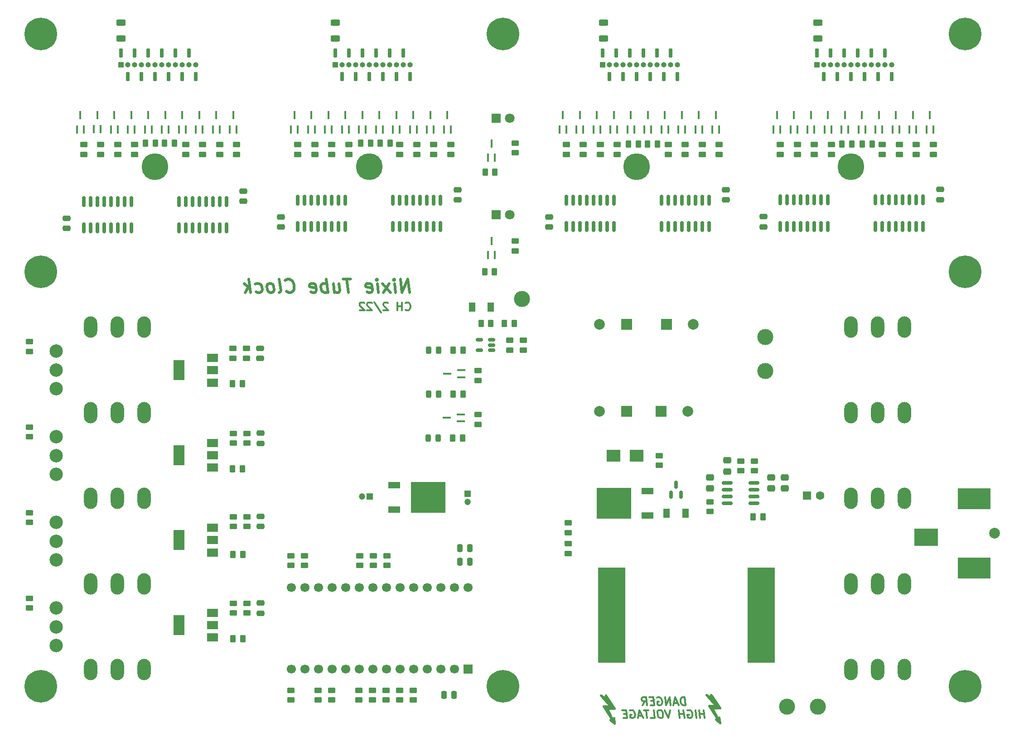
<source format=gbr>
%TF.GenerationSoftware,KiCad,Pcbnew,(6.0.1-0)*%
%TF.CreationDate,2022-02-14T11:55:45-05:00*%
%TF.ProjectId,nixie-tube-clock,6e697869-652d-4747-9562-652d636c6f63,rev?*%
%TF.SameCoordinates,Original*%
%TF.FileFunction,Soldermask,Bot*%
%TF.FilePolarity,Negative*%
%FSLAX46Y46*%
G04 Gerber Fmt 4.6, Leading zero omitted, Abs format (unit mm)*
G04 Created by KiCad (PCBNEW (6.0.1-0)) date 2022-02-14 11:55:45*
%MOMM*%
%LPD*%
G01*
G04 APERTURE LIST*
G04 Aperture macros list*
%AMRoundRect*
0 Rectangle with rounded corners*
0 $1 Rounding radius*
0 $2 $3 $4 $5 $6 $7 $8 $9 X,Y pos of 4 corners*
0 Add a 4 corners polygon primitive as box body*
4,1,4,$2,$3,$4,$5,$6,$7,$8,$9,$2,$3,0*
0 Add four circle primitives for the rounded corners*
1,1,$1+$1,$2,$3*
1,1,$1+$1,$4,$5*
1,1,$1+$1,$6,$7*
1,1,$1+$1,$8,$9*
0 Add four rect primitives between the rounded corners*
20,1,$1+$1,$2,$3,$4,$5,0*
20,1,$1+$1,$4,$5,$6,$7,0*
20,1,$1+$1,$6,$7,$8,$9,0*
20,1,$1+$1,$8,$9,$2,$3,0*%
G04 Aperture macros list end*
%ADD10C,0.300000*%
%ADD11C,0.500000*%
%ADD12C,0.381000*%
%ADD13C,6.096000*%
%ADD14C,5.000000*%
%ADD15R,1.000000X1.000000*%
%ADD16RoundRect,0.175000X0.175000X0.675000X-0.175000X0.675000X-0.175000X-0.675000X0.175000X-0.675000X0*%
%ADD17RoundRect,0.175000X-0.175000X-0.675000X0.175000X-0.675000X0.175000X0.675000X-0.175000X0.675000X0*%
%ADD18O,1.000000X1.000000*%
%ADD19O,2.500000X4.000000*%
%ADD20C,2.500000*%
%ADD21R,1.800000X1.800000*%
%ADD22C,1.800000*%
%ADD23RoundRect,0.250000X0.450000X-0.262500X0.450000X0.262500X-0.450000X0.262500X-0.450000X-0.262500X0*%
%ADD24RoundRect,0.250000X0.475000X-0.337500X0.475000X0.337500X-0.475000X0.337500X-0.475000X-0.337500X0*%
%ADD25RoundRect,0.250000X-0.450000X0.262500X-0.450000X-0.262500X0.450000X-0.262500X0.450000X0.262500X0*%
%ADD26R,1.300000X1.700000*%
%ADD27R,2.200000X1.200000*%
%ADD28R,6.400000X5.800000*%
%ADD29R,1.600000X1.600000*%
%ADD30C,1.600000*%
%ADD31RoundRect,0.250000X-0.625000X0.312500X-0.625000X-0.312500X0.625000X-0.312500X0.625000X0.312500X0*%
%ADD32RoundRect,0.250000X0.475000X-0.250000X0.475000X0.250000X-0.475000X0.250000X-0.475000X-0.250000X0*%
%ADD33RoundRect,0.250000X0.262500X0.450000X-0.262500X0.450000X-0.262500X-0.450000X0.262500X-0.450000X0*%
%ADD34RoundRect,0.150000X0.150000X-0.825000X0.150000X0.825000X-0.150000X0.825000X-0.150000X-0.825000X0*%
%ADD35R,2.000000X1.500000*%
%ADD36R,2.000000X3.800000*%
%ADD37RoundRect,0.250000X-0.262500X-0.450000X0.262500X-0.450000X0.262500X0.450000X-0.262500X0.450000X0*%
%ADD38R,0.450000X1.500000*%
%ADD39R,2.000000X2.000000*%
%ADD40C,2.000000*%
%ADD41C,3.000000*%
%ADD42RoundRect,0.250000X0.250000X0.475000X-0.250000X0.475000X-0.250000X-0.475000X0.250000X-0.475000X0*%
%ADD43RoundRect,0.243750X-0.243750X-0.456250X0.243750X-0.456250X0.243750X0.456250X-0.243750X0.456250X0*%
%ADD44RoundRect,0.150000X-0.150000X0.825000X-0.150000X-0.825000X0.150000X-0.825000X0.150000X0.825000X0*%
%ADD45R,5.080000X17.780000*%
%ADD46RoundRect,0.250000X-0.475000X0.337500X-0.475000X-0.337500X0.475000X-0.337500X0.475000X0.337500X0*%
%ADD47R,1.500000X0.450000*%
%ADD48R,1.200000X1.200000*%
%ADD49C,1.200000*%
%ADD50R,2.500000X2.300000*%
%ADD51RoundRect,0.150000X0.150000X-0.587500X0.150000X0.587500X-0.150000X0.587500X-0.150000X-0.587500X0*%
%ADD52R,1.700000X1.700000*%
%ADD53C,1.700000*%
%ADD54RoundRect,0.150000X0.512500X0.150000X-0.512500X0.150000X-0.512500X-0.150000X0.512500X-0.150000X0*%
%ADD55RoundRect,0.150000X-0.825000X-0.150000X0.825000X-0.150000X0.825000X0.150000X-0.825000X0.150000X0*%
%ADD56R,4.400000X3.300000*%
%ADD57R,6.200000X3.900000*%
G04 APERTURE END LIST*
D10*
X126793428Y-80745714D02*
X126864857Y-80817142D01*
X127079142Y-80888571D01*
X127222000Y-80888571D01*
X127436285Y-80817142D01*
X127579142Y-80674285D01*
X127650571Y-80531428D01*
X127722000Y-80245714D01*
X127722000Y-80031428D01*
X127650571Y-79745714D01*
X127579142Y-79602857D01*
X127436285Y-79460000D01*
X127222000Y-79388571D01*
X127079142Y-79388571D01*
X126864857Y-79460000D01*
X126793428Y-79531428D01*
X126150571Y-80888571D02*
X126150571Y-79388571D01*
X126150571Y-80102857D02*
X125293428Y-80102857D01*
X125293428Y-80888571D02*
X125293428Y-79388571D01*
X123507714Y-79531428D02*
X123436285Y-79460000D01*
X123293428Y-79388571D01*
X122936285Y-79388571D01*
X122793428Y-79460000D01*
X122722000Y-79531428D01*
X122650571Y-79674285D01*
X122650571Y-79817142D01*
X122722000Y-80031428D01*
X123579142Y-80888571D01*
X122650571Y-80888571D01*
X120936285Y-79317142D02*
X122222000Y-81245714D01*
X120507714Y-79531428D02*
X120436285Y-79460000D01*
X120293428Y-79388571D01*
X119936285Y-79388571D01*
X119793428Y-79460000D01*
X119722000Y-79531428D01*
X119650571Y-79674285D01*
X119650571Y-79817142D01*
X119722000Y-80031428D01*
X120579142Y-80888571D01*
X119650571Y-80888571D01*
X119079142Y-79531428D02*
X119007714Y-79460000D01*
X118864857Y-79388571D01*
X118507714Y-79388571D01*
X118364857Y-79460000D01*
X118293428Y-79531428D01*
X118222000Y-79674285D01*
X118222000Y-79817142D01*
X118293428Y-80031428D01*
X119150571Y-80888571D01*
X118222000Y-80888571D01*
X179148008Y-154665071D02*
X178960508Y-153165071D01*
X178603366Y-153165071D01*
X178398008Y-153236500D01*
X178273008Y-153379357D01*
X178219437Y-153522214D01*
X178183723Y-153807928D01*
X178210508Y-154022214D01*
X178317651Y-154307928D01*
X178406937Y-154450785D01*
X178567651Y-154593642D01*
X178790866Y-154665071D01*
X179148008Y-154665071D01*
X177665866Y-154236500D02*
X176951580Y-154236500D01*
X177862294Y-154665071D02*
X177174794Y-153165071D01*
X176862294Y-154665071D01*
X176362294Y-154665071D02*
X176174794Y-153165071D01*
X175505151Y-154665071D01*
X175317651Y-153165071D01*
X173826580Y-153236500D02*
X173960508Y-153165071D01*
X174174794Y-153165071D01*
X174398008Y-153236500D01*
X174558723Y-153379357D01*
X174648008Y-153522214D01*
X174755151Y-153807928D01*
X174781937Y-154022214D01*
X174746223Y-154307928D01*
X174692651Y-154450785D01*
X174567651Y-154593642D01*
X174362294Y-154665071D01*
X174219437Y-154665071D01*
X173996223Y-154593642D01*
X173915866Y-154522214D01*
X173853366Y-154022214D01*
X174139080Y-154022214D01*
X173192651Y-153879357D02*
X172692651Y-153879357D01*
X172576580Y-154665071D02*
X173290866Y-154665071D01*
X173103366Y-153165071D01*
X172389080Y-153165071D01*
X171076580Y-154665071D02*
X171487294Y-153950785D01*
X171933723Y-154665071D02*
X171746223Y-153165071D01*
X171174794Y-153165071D01*
X171040866Y-153236500D01*
X170978366Y-153307928D01*
X170924794Y-153450785D01*
X170951580Y-153665071D01*
X171040866Y-153807928D01*
X171121223Y-153879357D01*
X171273008Y-153950785D01*
X171844437Y-153950785D01*
X182719437Y-157080071D02*
X182531937Y-155580071D01*
X182621223Y-156294357D02*
X181764080Y-156294357D01*
X181862294Y-157080071D02*
X181674794Y-155580071D01*
X181148008Y-157080071D02*
X180960508Y-155580071D01*
X179469437Y-155651500D02*
X179603366Y-155580071D01*
X179817651Y-155580071D01*
X180040866Y-155651500D01*
X180201580Y-155794357D01*
X180290866Y-155937214D01*
X180398008Y-156222928D01*
X180424794Y-156437214D01*
X180389080Y-156722928D01*
X180335508Y-156865785D01*
X180210508Y-157008642D01*
X180005151Y-157080071D01*
X179862294Y-157080071D01*
X179639080Y-157008642D01*
X179558723Y-156937214D01*
X179496223Y-156437214D01*
X179781937Y-156437214D01*
X178933723Y-157080071D02*
X178746223Y-155580071D01*
X178835508Y-156294357D02*
X177978366Y-156294357D01*
X178076580Y-157080071D02*
X177889080Y-155580071D01*
X176246223Y-155580071D02*
X175933723Y-157080071D01*
X175246223Y-155580071D01*
X174460508Y-155580071D02*
X174174794Y-155580071D01*
X174040866Y-155651500D01*
X173915866Y-155794357D01*
X173880151Y-156080071D01*
X173942651Y-156580071D01*
X174049794Y-156865785D01*
X174210508Y-157008642D01*
X174362294Y-157080071D01*
X174648008Y-157080071D01*
X174781937Y-157008642D01*
X174906937Y-156865785D01*
X174942651Y-156580071D01*
X174880151Y-156080071D01*
X174773008Y-155794357D01*
X174612294Y-155651500D01*
X174460508Y-155580071D01*
X172648008Y-157080071D02*
X173362294Y-157080071D01*
X173174794Y-155580071D01*
X172174794Y-155580071D02*
X171317651Y-155580071D01*
X171933723Y-157080071D02*
X171746223Y-155580071D01*
X171023008Y-156651500D02*
X170308723Y-156651500D01*
X171219437Y-157080071D02*
X170531937Y-155580071D01*
X170219437Y-157080071D01*
X168755151Y-155651500D02*
X168889080Y-155580071D01*
X169103366Y-155580071D01*
X169326580Y-155651500D01*
X169487294Y-155794357D01*
X169576580Y-155937214D01*
X169683723Y-156222928D01*
X169710508Y-156437214D01*
X169674794Y-156722928D01*
X169621223Y-156865785D01*
X169496223Y-157008642D01*
X169290866Y-157080071D01*
X169148008Y-157080071D01*
X168924794Y-157008642D01*
X168844437Y-156937214D01*
X168781937Y-156437214D01*
X169067651Y-156437214D01*
X168121223Y-156294357D02*
X167621223Y-156294357D01*
X167505151Y-157080071D02*
X168219437Y-157080071D01*
X168031937Y-155580071D01*
X167317651Y-155580071D01*
D11*
X127584300Y-77530952D02*
X127271800Y-75030952D01*
X126155729Y-77530952D01*
X125843229Y-75030952D01*
X124965252Y-77530952D02*
X124756919Y-75864285D01*
X124652752Y-75030952D02*
X124786681Y-75150000D01*
X124682514Y-75269047D01*
X124548586Y-75150000D01*
X124652752Y-75030952D01*
X124682514Y-75269047D01*
X124012872Y-77530952D02*
X122495014Y-75864285D01*
X123804538Y-75864285D02*
X122703348Y-77530952D01*
X121750967Y-77530952D02*
X121542633Y-75864285D01*
X121438467Y-75030952D02*
X121572395Y-75150000D01*
X121468229Y-75269047D01*
X121334300Y-75150000D01*
X121438467Y-75030952D01*
X121468229Y-75269047D01*
X119593229Y-77411904D02*
X119846205Y-77530952D01*
X120322395Y-77530952D01*
X120545610Y-77411904D01*
X120634895Y-77173809D01*
X120515848Y-76221428D01*
X120367038Y-75983333D01*
X120114062Y-75864285D01*
X119637872Y-75864285D01*
X119414657Y-75983333D01*
X119325372Y-76221428D01*
X119355133Y-76459523D01*
X120575372Y-76697619D01*
X116557514Y-75030952D02*
X115128943Y-75030952D01*
X116155729Y-77530952D02*
X115843229Y-75030952D01*
X113328348Y-75864285D02*
X113536681Y-77530952D01*
X114399776Y-75864285D02*
X114563467Y-77173809D01*
X114474181Y-77411904D01*
X114250967Y-77530952D01*
X113893824Y-77530952D01*
X113640848Y-77411904D01*
X113506919Y-77292857D01*
X112346205Y-77530952D02*
X112033705Y-75030952D01*
X112152752Y-75983333D02*
X111899776Y-75864285D01*
X111423586Y-75864285D01*
X111200372Y-75983333D01*
X111096205Y-76102380D01*
X111006919Y-76340476D01*
X111096205Y-77054761D01*
X111245014Y-77292857D01*
X111378943Y-77411904D01*
X111631919Y-77530952D01*
X112108110Y-77530952D01*
X112331324Y-77411904D01*
X109117038Y-77411904D02*
X109370014Y-77530952D01*
X109846205Y-77530952D01*
X110069419Y-77411904D01*
X110158705Y-77173809D01*
X110039657Y-76221428D01*
X109890848Y-75983333D01*
X109637872Y-75864285D01*
X109161681Y-75864285D01*
X108938467Y-75983333D01*
X108849181Y-76221428D01*
X108878943Y-76459523D01*
X110099181Y-76697619D01*
X104578348Y-77292857D02*
X104712276Y-77411904D01*
X105084300Y-77530952D01*
X105322395Y-77530952D01*
X105664657Y-77411904D01*
X105872991Y-77173809D01*
X105962276Y-76935714D01*
X106021800Y-76459523D01*
X105977157Y-76102380D01*
X105798586Y-75626190D01*
X105649776Y-75388095D01*
X105381919Y-75150000D01*
X105009895Y-75030952D01*
X104771800Y-75030952D01*
X104429538Y-75150000D01*
X104325372Y-75269047D01*
X103179538Y-77530952D02*
X103402752Y-77411904D01*
X103492038Y-77173809D01*
X103224181Y-75030952D01*
X101870014Y-77530952D02*
X102093229Y-77411904D01*
X102197395Y-77292857D01*
X102286681Y-77054761D01*
X102197395Y-76340476D01*
X102048586Y-76102380D01*
X101914657Y-75983333D01*
X101661681Y-75864285D01*
X101304538Y-75864285D01*
X101081324Y-75983333D01*
X100977157Y-76102380D01*
X100887872Y-76340476D01*
X100977157Y-77054761D01*
X101125967Y-77292857D01*
X101259895Y-77411904D01*
X101512872Y-77530952D01*
X101870014Y-77530952D01*
X98878943Y-77411904D02*
X99131919Y-77530952D01*
X99608110Y-77530952D01*
X99831324Y-77411904D01*
X99935491Y-77292857D01*
X100024776Y-77054761D01*
X99935491Y-76340476D01*
X99786681Y-76102380D01*
X99652752Y-75983333D01*
X99399776Y-75864285D01*
X98923586Y-75864285D01*
X98700372Y-75983333D01*
X97822395Y-77530952D02*
X97509895Y-75030952D01*
X97465252Y-76578571D02*
X96870014Y-77530952D01*
X96661681Y-75864285D02*
X97733110Y-76816666D01*
D12*
%TO.C,REF\u002A\u002A*%
X183769000Y-153289000D02*
X183896000Y-152781000D01*
X185166000Y-155067000D02*
X183896000Y-155067000D01*
X183007000Y-152781000D02*
X183769000Y-153289000D01*
X184023000Y-152908000D02*
X185547000Y-155194000D01*
X185547000Y-155194000D02*
X184150000Y-155194000D01*
X185293000Y-157607000D02*
X183515000Y-154813000D01*
X185420000Y-156972000D02*
X185547000Y-157988000D01*
X184785000Y-157353000D02*
X185293000Y-157607000D01*
X184150000Y-155194000D02*
X185293000Y-157480000D01*
X185293000Y-157480000D02*
X185420000Y-156972000D01*
X183769000Y-153162000D02*
X185166000Y-155067000D01*
X183515000Y-154813000D02*
X184785000Y-154813000D01*
X185547000Y-157988000D02*
X184785000Y-157353000D01*
X184785000Y-154813000D02*
X183007000Y-152781000D01*
X164084000Y-153225500D02*
X165481000Y-155130500D01*
X165862000Y-155257500D02*
X164465000Y-155257500D01*
X165735000Y-157035500D02*
X165862000Y-158051500D01*
X165100000Y-157416500D02*
X165608000Y-157670500D01*
X165608000Y-157670500D02*
X163830000Y-154876500D01*
X164465000Y-155257500D02*
X165608000Y-157543500D01*
X165862000Y-158051500D02*
X165100000Y-157416500D01*
X165481000Y-155130500D02*
X164211000Y-155130500D01*
X165100000Y-154876500D02*
X163322000Y-152844500D01*
X163830000Y-154876500D02*
X165100000Y-154876500D01*
X164338000Y-152971500D02*
X165862000Y-155257500D01*
X163322000Y-152844500D02*
X164084000Y-153352500D01*
X165608000Y-157543500D02*
X165735000Y-157035500D01*
X164084000Y-153352500D02*
X164211000Y-152844500D01*
%TD*%
D13*
%TO.C,H2*%
X231359989Y-73660000D03*
%TD*%
D14*
%TO.C,IN-12A_2*%
X119999989Y-53999994D03*
D15*
X113649989Y-34999994D03*
D16*
X113649989Y-32799994D03*
D17*
X114919989Y-37199994D03*
D18*
X114919989Y-34999994D03*
X116189989Y-34999994D03*
D16*
X116189989Y-32799994D03*
D18*
X117459989Y-34999994D03*
D17*
X117459989Y-37199994D03*
D18*
X118729989Y-34999994D03*
D16*
X118729989Y-32799994D03*
D17*
X119999989Y-37199994D03*
D18*
X119999989Y-34999994D03*
D16*
X121269989Y-32799994D03*
D18*
X121269989Y-34999994D03*
D17*
X122539989Y-37199994D03*
D18*
X122539989Y-34999994D03*
D16*
X123809989Y-32799994D03*
D18*
X123809989Y-34999994D03*
X125079989Y-34999994D03*
D17*
X125079989Y-37199994D03*
D16*
X126349989Y-32799994D03*
D18*
X126349989Y-34999994D03*
D17*
X127619989Y-37199994D03*
D18*
X127619989Y-34999994D03*
%TD*%
D13*
%TO.C,H6*%
X58639989Y-29210000D03*
%TD*%
D14*
%TO.C,IN-12A_3*%
X170000000Y-54000000D03*
D15*
X163650000Y-35000000D03*
D16*
X163650000Y-32800000D03*
D17*
X164920000Y-37200000D03*
D18*
X164920000Y-35000000D03*
D16*
X166190000Y-32800000D03*
D18*
X166190000Y-35000000D03*
D17*
X167460000Y-37200000D03*
D18*
X167460000Y-35000000D03*
D16*
X168730000Y-32800000D03*
D18*
X168730000Y-35000000D03*
D17*
X170000000Y-37200000D03*
D18*
X170000000Y-35000000D03*
D16*
X171270000Y-32800000D03*
D18*
X171270000Y-35000000D03*
X172540000Y-35000000D03*
D17*
X172540000Y-37200000D03*
D16*
X173810000Y-32800000D03*
D18*
X173810000Y-35000000D03*
D17*
X175080000Y-37200000D03*
D18*
X175080000Y-35000000D03*
D16*
X176350000Y-32800000D03*
D18*
X176350000Y-35000000D03*
X177620000Y-35000000D03*
D17*
X177620000Y-37200000D03*
%TD*%
D13*
%TO.C,H5*%
X231359989Y-29210000D03*
%TD*%
D19*
%TO.C,IN-13_4*%
X68000000Y-132000000D03*
X210000000Y-148000000D03*
X68000000Y-148000000D03*
X73000000Y-132000000D03*
X73000000Y-148000000D03*
X215000000Y-148000000D03*
X78000000Y-148000000D03*
X78000000Y-132000000D03*
X220000000Y-132000000D03*
X220000000Y-148000000D03*
X210000000Y-132000000D03*
X215000000Y-132000000D03*
D20*
X61500000Y-136500000D03*
X61500000Y-140000000D03*
X61500000Y-143500000D03*
%TD*%
D21*
%TO.C,D6*%
X143725000Y-63000000D03*
D22*
X146265000Y-63000000D03*
%TD*%
D19*
%TO.C,IN-13_1*%
X73000000Y-84000000D03*
X78000000Y-100000000D03*
X215000000Y-84000000D03*
X68000000Y-84000000D03*
X68000000Y-100000000D03*
X78000000Y-84000000D03*
X210000000Y-100000000D03*
X210000000Y-84000000D03*
X220000000Y-84000000D03*
X220000000Y-100000000D03*
X215000000Y-100000000D03*
X73000000Y-100000000D03*
D20*
X61500000Y-88500000D03*
X61500000Y-92000000D03*
X61500000Y-95500000D03*
%TD*%
D14*
%TO.C,IN-12A_1*%
X79999992Y-53999994D03*
D16*
X73649992Y-32799994D03*
D15*
X73649992Y-34999994D03*
D17*
X74919992Y-37199994D03*
D18*
X74919992Y-34999994D03*
D16*
X76189992Y-32799994D03*
D18*
X76189992Y-34999994D03*
X77459992Y-34999994D03*
D17*
X77459992Y-37199994D03*
D16*
X78729992Y-32799994D03*
D18*
X78729992Y-34999994D03*
D17*
X79999992Y-37199994D03*
D18*
X79999992Y-34999994D03*
X81269992Y-34999994D03*
D16*
X81269992Y-32799994D03*
D18*
X82539992Y-34999994D03*
D17*
X82539992Y-37199994D03*
D16*
X83809992Y-32799994D03*
D18*
X83809992Y-34999994D03*
D17*
X85079992Y-37199994D03*
D18*
X85079992Y-34999994D03*
D16*
X86349992Y-32799994D03*
D18*
X86349992Y-34999994D03*
X87619992Y-34999994D03*
D17*
X87619992Y-37199994D03*
%TD*%
D13*
%TO.C,H3*%
X231359989Y-151130000D03*
%TD*%
D19*
%TO.C,IN-13_2*%
X220000000Y-100000000D03*
X73000000Y-100000000D03*
X78000000Y-100000000D03*
X215000000Y-116000000D03*
X68000000Y-116000000D03*
X210000000Y-100000000D03*
X68000000Y-100000000D03*
X73000000Y-116000000D03*
X78000000Y-116000000D03*
X210000000Y-116000000D03*
X215000000Y-100000000D03*
X220000000Y-116000000D03*
D20*
X61500000Y-104500000D03*
X61500000Y-108000000D03*
X61500000Y-111500000D03*
%TD*%
D14*
%TO.C,IN-12A_4*%
X210000012Y-53999994D03*
D16*
X203650012Y-32799994D03*
D15*
X203650012Y-34999994D03*
D17*
X204920012Y-37199994D03*
D18*
X204920012Y-34999994D03*
X206190012Y-34999994D03*
D16*
X206190012Y-32799994D03*
D17*
X207460012Y-37199994D03*
D18*
X207460012Y-34999994D03*
D16*
X208730012Y-32799994D03*
D18*
X208730012Y-34999994D03*
D17*
X210000012Y-37199994D03*
D18*
X210000012Y-34999994D03*
X211270012Y-34999994D03*
D16*
X211270012Y-32799994D03*
D18*
X212540012Y-34999994D03*
D17*
X212540012Y-37199994D03*
D16*
X213810012Y-32799994D03*
D18*
X213810012Y-34999994D03*
D17*
X215080012Y-37199994D03*
D18*
X215080012Y-34999994D03*
X216350012Y-34999994D03*
D16*
X216350012Y-32799994D03*
D17*
X217620012Y-37199994D03*
D18*
X217620012Y-34999994D03*
%TD*%
D13*
%TO.C,H8*%
X145000091Y-151130000D03*
%TD*%
%TO.C,H4*%
X58639989Y-73660000D03*
%TD*%
%TO.C,H1*%
X58639989Y-151130000D03*
%TD*%
%TO.C,H7*%
X145000091Y-29210000D03*
%TD*%
D21*
%TO.C,D5*%
X143725000Y-45000000D03*
D22*
X146265000Y-45000000D03*
%TD*%
D19*
%TO.C,IN-13_3*%
X210000000Y-132000000D03*
X220000000Y-132000000D03*
X78000000Y-132000000D03*
X215000000Y-132000000D03*
X210000000Y-116000000D03*
X220000000Y-116000000D03*
X68000000Y-116000000D03*
X73000000Y-132000000D03*
X68000000Y-132000000D03*
X78000000Y-116000000D03*
X73000000Y-116000000D03*
X215000000Y-116000000D03*
D20*
X61500000Y-120500000D03*
X61500000Y-124000000D03*
X61500000Y-127500000D03*
%TD*%
D23*
%TO.C,R13*%
X125730000Y-153693500D03*
X125730000Y-151868500D03*
%TD*%
D24*
%TO.C,C2*%
X197678000Y-114146000D03*
X197678000Y-112071000D03*
%TD*%
D25*
%TO.C,R24*%
X105410000Y-126722500D03*
X105410000Y-128547500D03*
%TD*%
D26*
%TO.C,D2*%
X175608000Y-118823500D03*
X179108000Y-118823500D03*
%TD*%
D25*
%TO.C,R8*%
X146304000Y-86463500D03*
X146304000Y-88288500D03*
%TD*%
%TO.C,R2*%
X183708000Y-116641000D03*
X183708000Y-118466000D03*
%TD*%
D27*
%TO.C,Q1*%
X172033000Y-114638500D03*
D28*
X165733000Y-116918500D03*
D27*
X172033000Y-119198500D03*
%TD*%
D29*
%TO.C,C1*%
X201790240Y-115521500D03*
D30*
X204290240Y-115521500D03*
%TD*%
D31*
%TO.C,R47*%
X113665000Y-27112500D03*
X113665000Y-30037500D03*
%TD*%
D24*
%TO.C,C3*%
X195138000Y-114146000D03*
X195138000Y-112071000D03*
%TD*%
D32*
%TO.C,C26*%
X99695000Y-137475000D03*
X99695000Y-135575000D03*
%TD*%
D33*
%TO.C,R71*%
X214018500Y-49784000D03*
X212193500Y-49784000D03*
%TD*%
D23*
%TO.C,R63*%
X163195000Y-51712500D03*
X163195000Y-49887500D03*
%TD*%
D32*
%TO.C,C24*%
X99695000Y-105725000D03*
X99695000Y-103825000D03*
%TD*%
D34*
%TO.C,U5*%
X93345000Y-65467000D03*
X92075000Y-65467000D03*
X90805000Y-65467000D03*
X89535000Y-65467000D03*
X88265000Y-65467000D03*
X86995000Y-65467000D03*
X85725000Y-65467000D03*
X84455000Y-65467000D03*
X84455000Y-60517000D03*
X85725000Y-60517000D03*
X86995000Y-60517000D03*
X88265000Y-60517000D03*
X89535000Y-60517000D03*
X90805000Y-60517000D03*
X92075000Y-60517000D03*
X93345000Y-60517000D03*
%TD*%
D23*
%TO.C,R11*%
X148844000Y-88288500D03*
X148844000Y-86463500D03*
%TD*%
D35*
%TO.C,Q50*%
X90780000Y-137400000D03*
D36*
X84480000Y-139700000D03*
D35*
X90780006Y-139700000D03*
X90780000Y-142000000D03*
%TD*%
D23*
%TO.C,R54*%
X106680000Y-51712500D03*
X106680000Y-49887500D03*
%TD*%
%TO.C,R23*%
X105410000Y-153693500D03*
X105410000Y-151868500D03*
%TD*%
D33*
%TO.C,R60*%
X173886500Y-49784000D03*
X172061500Y-49784000D03*
%TD*%
D37*
%TO.C,R92*%
X94591500Y-142240000D03*
X96416500Y-142240000D03*
%TD*%
D33*
%TO.C,R49*%
X123902801Y-49576915D03*
X122077801Y-49576915D03*
%TD*%
D38*
%TO.C,Q26*%
X106695000Y-47050000D03*
X105395000Y-47050000D03*
X106045000Y-44390000D03*
%TD*%
%TO.C,Q17*%
X135270000Y-47050000D03*
X133970000Y-47050000D03*
X134620000Y-44390000D03*
%TD*%
D23*
%TO.C,R62*%
X166370000Y-51712500D03*
X166370000Y-49887500D03*
%TD*%
D38*
%TO.C,Q19*%
X128920000Y-47050000D03*
X127620000Y-47050000D03*
X128270000Y-44390000D03*
%TD*%
D23*
%TO.C,R43*%
X66675000Y-51712500D03*
X66675000Y-49887500D03*
%TD*%
D35*
%TO.C,Q48*%
X90780000Y-105650000D03*
D36*
X84480000Y-107950000D03*
D35*
X90780006Y-107950000D03*
X90780000Y-110250000D03*
%TD*%
D39*
%TO.C,C7*%
X168089917Y-83517500D03*
D40*
X163089917Y-83517500D03*
%TD*%
D33*
%TO.C,R6*%
X142748000Y-83312000D03*
X140923000Y-83312000D03*
%TD*%
D23*
%TO.C,R19*%
X118237000Y-128547500D03*
X118237000Y-126722500D03*
%TD*%
D38*
%TO.C,Q35*%
X160035000Y-47050000D03*
X158735000Y-47050000D03*
X159385000Y-44390000D03*
%TD*%
D23*
%TO.C,R67*%
X222250000Y-51712500D03*
X222250000Y-49887500D03*
%TD*%
%TO.C,R52*%
X113030000Y-51712500D03*
X113030000Y-49887500D03*
%TD*%
%TO.C,R74*%
X203200000Y-51712500D03*
X203200000Y-49887500D03*
%TD*%
D41*
%TO.C,150V*%
X194056000Y-85852000D03*
%TD*%
D32*
%TO.C,C20*%
X153670000Y-65278000D03*
X153670000Y-63378000D03*
%TD*%
D23*
%TO.C,R59*%
X175895000Y-51712500D03*
X175895000Y-49887500D03*
%TD*%
D41*
%TO.C,12V*%
X203835000Y-154940000D03*
%TD*%
D42*
%TO.C,C10*%
X138872000Y-127889000D03*
X136972000Y-127889000D03*
%TD*%
D38*
%TO.C,Q45*%
X200040000Y-47050000D03*
X198740000Y-47050000D03*
X199390000Y-44390000D03*
%TD*%
D43*
%TO.C,D7*%
X131062500Y-104775000D03*
X132937500Y-104775000D03*
%TD*%
D38*
%TO.C,Q36*%
X156860000Y-47050000D03*
X155560000Y-47050000D03*
X156210000Y-44390000D03*
%TD*%
%TO.C,Q11*%
X82565000Y-47050000D03*
X81265000Y-47050000D03*
X81915000Y-44390000D03*
%TD*%
%TO.C,Q25*%
X109870000Y-47050000D03*
X108570000Y-47050000D03*
X109220000Y-44390000D03*
%TD*%
D23*
%TO.C,R7*%
X191963000Y-110846000D03*
X191963000Y-109021000D03*
%TD*%
D38*
%TO.C,Q38*%
X222265000Y-47050000D03*
X220965000Y-47050000D03*
X221615000Y-44390000D03*
%TD*%
D42*
%TO.C,C11*%
X138872000Y-125349000D03*
X136972000Y-125349000D03*
%TD*%
D38*
%TO.C,Q22*%
X119395000Y-47050000D03*
X118095000Y-47050000D03*
X118745000Y-44390000D03*
%TD*%
%TO.C,Q7*%
X95265000Y-47050000D03*
X93965000Y-47050000D03*
X94615000Y-44390000D03*
%TD*%
%TO.C,Q8*%
X92090000Y-47050000D03*
X90790000Y-47050000D03*
X91440000Y-44390000D03*
%TD*%
D25*
%TO.C,R89*%
X94615000Y-135612500D03*
X94615000Y-137437500D03*
%TD*%
D38*
%TO.C,Q46*%
X196865000Y-47050000D03*
X195565000Y-47050000D03*
X196215000Y-44390000D03*
%TD*%
%TO.C,Q16*%
X66690000Y-47050000D03*
X65390000Y-47050000D03*
X66040000Y-44390000D03*
%TD*%
%TO.C,Q3*%
X143525000Y-52330000D03*
X142225000Y-52330000D03*
X142875000Y-49670000D03*
%TD*%
D23*
%TO.C,R25*%
X147320000Y-51412500D03*
X147320000Y-49587500D03*
%TD*%
D44*
%TO.C,U8*%
X106680000Y-60263000D03*
X107950000Y-60263000D03*
X109220000Y-60263000D03*
X110490000Y-60263000D03*
X111760000Y-60263000D03*
X113030000Y-60263000D03*
X114300000Y-60263000D03*
X115570000Y-60263000D03*
X115570000Y-65213000D03*
X114300000Y-65213000D03*
X113030000Y-65213000D03*
X111760000Y-65213000D03*
X110490000Y-65213000D03*
X109220000Y-65213000D03*
X107950000Y-65213000D03*
X106680000Y-65213000D03*
%TD*%
D23*
%TO.C,R41*%
X73025000Y-51712500D03*
X73025000Y-49887500D03*
%TD*%
D32*
%TO.C,C18*%
X103505000Y-65278000D03*
X103505000Y-63378000D03*
%TD*%
D23*
%TO.C,R56*%
X182245000Y-51712500D03*
X182245000Y-49887500D03*
%TD*%
D25*
%TO.C,R82*%
X97155000Y-103862500D03*
X97155000Y-105687500D03*
%TD*%
D31*
%TO.C,R58*%
X163830000Y-27112500D03*
X163830000Y-30037500D03*
%TD*%
D26*
%TO.C,D3*%
X142748000Y-80264000D03*
X139248000Y-80264000D03*
%TD*%
D32*
%TO.C,C15*%
X96520000Y-60452000D03*
X96520000Y-58552000D03*
%TD*%
D23*
%TO.C,R37*%
X85725000Y-51712500D03*
X85725000Y-49887500D03*
%TD*%
D38*
%TO.C,Q12*%
X79390000Y-47050000D03*
X78090000Y-47050000D03*
X78740000Y-44390000D03*
%TD*%
%TO.C,Q37*%
X225440000Y-47050000D03*
X224140000Y-47050000D03*
X224790000Y-44390000D03*
%TD*%
%TO.C,Q43*%
X206390000Y-47050000D03*
X205090000Y-47050000D03*
X205740000Y-44390000D03*
%TD*%
D32*
%TO.C,C17*%
X136525000Y-60198000D03*
X136525000Y-58298000D03*
%TD*%
D23*
%TO.C,R18*%
X118110000Y-153693500D03*
X118110000Y-151868500D03*
%TD*%
D33*
%TO.C,R50*%
X120289627Y-49650000D03*
X118464627Y-49650000D03*
%TD*%
D23*
%TO.C,R83*%
X56515000Y-104521000D03*
X56515000Y-102696000D03*
%TD*%
D35*
%TO.C,Q49*%
X90780000Y-121525000D03*
D36*
X84480000Y-123825000D03*
D35*
X90780006Y-123825000D03*
X90780000Y-126125000D03*
%TD*%
D38*
%TO.C,Q27*%
X185435000Y-47050000D03*
X184135000Y-47050000D03*
X184785000Y-44390000D03*
%TD*%
D23*
%TO.C,R51*%
X116205000Y-51712500D03*
X116205000Y-49887500D03*
%TD*%
D45*
%TO.C,L1*%
X193233000Y-137873500D03*
X165293000Y-137873500D03*
%TD*%
D34*
%TO.C,U9*%
X183515000Y-65213000D03*
X182245000Y-65213000D03*
X180975000Y-65213000D03*
X179705000Y-65213000D03*
X178435000Y-65213000D03*
X177165000Y-65213000D03*
X175895000Y-65213000D03*
X174625000Y-65213000D03*
X174625000Y-60263000D03*
X175895000Y-60263000D03*
X177165000Y-60263000D03*
X178435000Y-60263000D03*
X179705000Y-60263000D03*
X180975000Y-60263000D03*
X182245000Y-60263000D03*
X183515000Y-60263000D03*
%TD*%
D23*
%TO.C,R46*%
X128905000Y-51712500D03*
X128905000Y-49887500D03*
%TD*%
D25*
%TO.C,R90*%
X97155000Y-135612500D03*
X97155000Y-137437500D03*
%TD*%
D24*
%TO.C,C4*%
X183708000Y-114146000D03*
X183708000Y-112071000D03*
%TD*%
D32*
%TO.C,C23*%
X99670000Y-89850000D03*
X99670000Y-87950000D03*
%TD*%
D38*
%TO.C,Q24*%
X113045000Y-47050000D03*
X111745000Y-47050000D03*
X112395000Y-44390000D03*
%TD*%
D23*
%TO.C,R55*%
X185420000Y-51712500D03*
X185420000Y-49887500D03*
%TD*%
D38*
%TO.C,Q42*%
X209565000Y-47050000D03*
X208265000Y-47050000D03*
X208915000Y-44390000D03*
%TD*%
D23*
%TO.C,R68*%
X219075000Y-51712500D03*
X219075000Y-49887500D03*
%TD*%
D38*
%TO.C,Q14*%
X73040000Y-47050000D03*
X71740000Y-47050000D03*
X72390000Y-44390000D03*
%TD*%
D23*
%TO.C,R76*%
X196850000Y-51712500D03*
X196850000Y-49887500D03*
%TD*%
%TO.C,R75*%
X200025000Y-51712500D03*
X200025000Y-49887500D03*
%TD*%
%TO.C,R44*%
X135255000Y-51712500D03*
X135255000Y-49887500D03*
%TD*%
D46*
%TO.C,C9*%
X186883000Y-108896000D03*
X186883000Y-110971000D03*
%TD*%
D38*
%TO.C,Q10*%
X85740000Y-47050000D03*
X84440000Y-47050000D03*
X85090000Y-44390000D03*
%TD*%
%TO.C,Q44*%
X203215000Y-47050000D03*
X201915000Y-47050000D03*
X202565000Y-44390000D03*
%TD*%
D23*
%TO.C,R20*%
X113030000Y-153693500D03*
X113030000Y-151868500D03*
%TD*%
%TO.C,R66*%
X225425000Y-51712500D03*
X225425000Y-49887500D03*
%TD*%
D47*
%TO.C,Q5*%
X137160000Y-100315000D03*
X137160000Y-101615000D03*
X134500000Y-100965000D03*
%TD*%
D23*
%TO.C,R48*%
X125730000Y-51712500D03*
X125730000Y-49887500D03*
%TD*%
%TO.C,R35*%
X88900000Y-51712500D03*
X88900000Y-49887500D03*
%TD*%
D38*
%TO.C,Q15*%
X69865000Y-46990000D03*
X68565000Y-46990000D03*
X69215000Y-44330000D03*
%TD*%
%TO.C,Q18*%
X132095000Y-47050000D03*
X130795000Y-47050000D03*
X131445000Y-44390000D03*
%TD*%
D32*
%TO.C,C25*%
X99695000Y-121280000D03*
X99695000Y-119380000D03*
%TD*%
D25*
%TO.C,R5*%
X189423000Y-109021000D03*
X189423000Y-110846000D03*
%TD*%
D33*
%TO.C,R10*%
X137564500Y-88288500D03*
X135739500Y-88288500D03*
%TD*%
D23*
%TO.C,R87*%
X56515000Y-120523000D03*
X56515000Y-118698000D03*
%TD*%
D38*
%TO.C,Q9*%
X88915000Y-47050000D03*
X87615000Y-47050000D03*
X88265000Y-44390000D03*
%TD*%
D39*
%TO.C,C8*%
X175546563Y-83517500D03*
D40*
X180546563Y-83517500D03*
%TD*%
D23*
%TO.C,R16*%
X120650000Y-153693500D03*
X120650000Y-151868500D03*
%TD*%
D25*
%TO.C,R86*%
X97155000Y-119460000D03*
X97155000Y-121285000D03*
%TD*%
%TO.C,TH1*%
X157226000Y-124460000D03*
X157226000Y-126285000D03*
%TD*%
D23*
%TO.C,R73*%
X206375000Y-51712500D03*
X206375000Y-49887500D03*
%TD*%
D38*
%TO.C,Q41*%
X212740000Y-47050000D03*
X211440000Y-47050000D03*
X212090000Y-44390000D03*
%TD*%
D25*
%TO.C,R77*%
X94590000Y-87987500D03*
X94590000Y-89812500D03*
%TD*%
%TO.C,R9*%
X157226000Y-120570000D03*
X157226000Y-122395000D03*
%TD*%
%TO.C,R3*%
X174183000Y-108028500D03*
X174183000Y-109853500D03*
%TD*%
D44*
%TO.C,U10*%
X156845000Y-60263000D03*
X158115000Y-60263000D03*
X159385000Y-60263000D03*
X160655000Y-60263000D03*
X161925000Y-60263000D03*
X163195000Y-60263000D03*
X164465000Y-60263000D03*
X165735000Y-60263000D03*
X165735000Y-65213000D03*
X164465000Y-65213000D03*
X163195000Y-65213000D03*
X161925000Y-65213000D03*
X160655000Y-65213000D03*
X159385000Y-65213000D03*
X158115000Y-65213000D03*
X156845000Y-65213000D03*
%TD*%
D34*
%TO.C,U7*%
X133350000Y-65213000D03*
X132080000Y-65213000D03*
X130810000Y-65213000D03*
X129540000Y-65213000D03*
X128270000Y-65213000D03*
X127000000Y-65213000D03*
X125730000Y-65213000D03*
X124460000Y-65213000D03*
X124460000Y-60263000D03*
X125730000Y-60263000D03*
X127000000Y-60263000D03*
X128270000Y-60263000D03*
X129540000Y-60263000D03*
X130810000Y-60263000D03*
X132080000Y-60263000D03*
X133350000Y-60263000D03*
%TD*%
D48*
%TO.C,C14*%
X138430000Y-115189000D03*
D49*
X138430000Y-116689000D03*
%TD*%
D50*
%TO.C,D1*%
X169983000Y-108028500D03*
X165683000Y-108028500D03*
%TD*%
D31*
%TO.C,R36*%
X73660000Y-27112500D03*
X73660000Y-30037500D03*
%TD*%
D38*
%TO.C,Q29*%
X179085000Y-47050000D03*
X177785000Y-47050000D03*
X178435000Y-44390000D03*
%TD*%
D51*
%TO.C,Q2*%
X178308000Y-115316000D03*
X176408000Y-115316000D03*
X177358000Y-113441000D03*
%TD*%
D37*
%TO.C,R30*%
X141605000Y-73660000D03*
X143430000Y-73660000D03*
%TD*%
D38*
%TO.C,Q13*%
X76215000Y-47050000D03*
X74915000Y-47050000D03*
X75565000Y-44390000D03*
%TD*%
D23*
%TO.C,R12*%
X128270000Y-153693500D03*
X128270000Y-151868500D03*
%TD*%
%TO.C,R40*%
X76200000Y-51712500D03*
X76200000Y-49887500D03*
%TD*%
D38*
%TO.C,Q23*%
X116220000Y-47050000D03*
X114920000Y-47050000D03*
X115570000Y-44390000D03*
%TD*%
D52*
%TO.C,ItsyBitsy nRF52840*%
X138489995Y-147887995D03*
D53*
X135949995Y-147887995D03*
X133409995Y-147887995D03*
X130869995Y-147887995D03*
X128329995Y-147887995D03*
X125789995Y-147887995D03*
X123249995Y-147887995D03*
X120709995Y-147887995D03*
X118169995Y-147887995D03*
X115629995Y-147887995D03*
X113089995Y-147887995D03*
X110549995Y-147887995D03*
X108009995Y-147887995D03*
X105469995Y-147887995D03*
X105469995Y-132647995D03*
X108009995Y-132647995D03*
X110549995Y-132647995D03*
X113089995Y-132647995D03*
X115629995Y-132647995D03*
X118169995Y-132647995D03*
X120709995Y-132647995D03*
X123249995Y-132647995D03*
X125789995Y-132647995D03*
X128329995Y-132647995D03*
X130869995Y-132647995D03*
X133409995Y-132647995D03*
X135949995Y-132647995D03*
X138489995Y-132647995D03*
%TD*%
D38*
%TO.C,Q30*%
X175910000Y-47050000D03*
X174610000Y-47050000D03*
X175260000Y-44390000D03*
%TD*%
D47*
%TO.C,Q6*%
X137220000Y-92060000D03*
X137220000Y-93360000D03*
X134560000Y-92710000D03*
%TD*%
D23*
%TO.C,R34*%
X92075000Y-51712500D03*
X92075000Y-49887500D03*
%TD*%
%TO.C,R31*%
X140335000Y-102155000D03*
X140335000Y-100330000D03*
%TD*%
%TO.C,R17*%
X120777000Y-128547500D03*
X120777000Y-126722500D03*
%TD*%
D34*
%TO.C,U11*%
X223520000Y-65188578D03*
X222250000Y-65188578D03*
X220980000Y-65188578D03*
X219710000Y-65188578D03*
X218440000Y-65188578D03*
X217170000Y-65188578D03*
X215900000Y-65188578D03*
X214630000Y-65188578D03*
X214630000Y-60238578D03*
X215900000Y-60238578D03*
X217170000Y-60238578D03*
X218440000Y-60238578D03*
X219710000Y-60238578D03*
X220980000Y-60238578D03*
X222250000Y-60238578D03*
X223520000Y-60238578D03*
%TD*%
D37*
%TO.C,R84*%
X94488000Y-110490000D03*
X96313000Y-110490000D03*
%TD*%
D23*
%TO.C,R91*%
X56515000Y-136525000D03*
X56515000Y-134700000D03*
%TD*%
D33*
%TO.C,R4*%
X147113000Y-83312000D03*
X145288000Y-83312000D03*
%TD*%
D23*
%TO.C,R26*%
X147320000Y-69770000D03*
X147320000Y-67945000D03*
%TD*%
D38*
%TO.C,Q31*%
X172735000Y-47050000D03*
X171435000Y-47050000D03*
X172085000Y-44390000D03*
%TD*%
%TO.C,Q4*%
X143525000Y-70545000D03*
X142225000Y-70545000D03*
X142875000Y-67885000D03*
%TD*%
%TO.C,Q34*%
X163210000Y-47050000D03*
X161910000Y-47050000D03*
X162560000Y-44390000D03*
%TD*%
D32*
%TO.C,C16*%
X63500000Y-65532000D03*
X63500000Y-63632000D03*
%TD*%
D54*
%TO.C,U2*%
X142887500Y-86388500D03*
X142887500Y-87338500D03*
X142887500Y-88288500D03*
X140612500Y-88288500D03*
X140612500Y-86388500D03*
%TD*%
D23*
%TO.C,R32*%
X140335000Y-93980000D03*
X140335000Y-92155000D03*
%TD*%
D55*
%TO.C,U1*%
X186948000Y-116918500D03*
X186948000Y-115648500D03*
X186948000Y-114378500D03*
X186948000Y-113108500D03*
X191898000Y-113108500D03*
X191898000Y-114378500D03*
X191898000Y-115648500D03*
X191898000Y-116918500D03*
%TD*%
D41*
%TO.C,Isen*%
X198120000Y-154940000D03*
%TD*%
D23*
%TO.C,R65*%
X156845000Y-51712500D03*
X156845000Y-49887500D03*
%TD*%
D38*
%TO.C,Q39*%
X219090000Y-47050000D03*
X217790000Y-47050000D03*
X218440000Y-44390000D03*
%TD*%
D23*
%TO.C,R57*%
X179070000Y-51712500D03*
X179070000Y-49887500D03*
%TD*%
D32*
%TO.C,C21*%
X226695000Y-60173578D03*
X226695000Y-58273578D03*
%TD*%
D37*
%TO.C,R80*%
X94488000Y-94615000D03*
X96313000Y-94615000D03*
%TD*%
%TO.C,R1*%
X191770000Y-119458500D03*
X193595000Y-119458500D03*
%TD*%
D27*
%TO.C,U4*%
X124705000Y-118104000D03*
D28*
X131005000Y-115824000D03*
D27*
X124705000Y-113544000D03*
%TD*%
D40*
%TO.C,J1*%
X236870000Y-122555000D03*
D56*
X224070000Y-123255000D03*
D57*
X233070000Y-116105000D03*
X233070000Y-129005000D03*
%TD*%
D23*
%TO.C,R70*%
X215900000Y-51712500D03*
X215900000Y-49887500D03*
%TD*%
D33*
%TO.C,R27*%
X137437500Y-104775000D03*
X135612500Y-104775000D03*
%TD*%
D42*
%TO.C,C12*%
X135890000Y-152781000D03*
X133990000Y-152781000D03*
%TD*%
D43*
%TO.C,D4*%
X131142500Y-88288500D03*
X133017500Y-88288500D03*
%TD*%
D33*
%TO.C,R72*%
X210208500Y-49784000D03*
X208383500Y-49784000D03*
%TD*%
D38*
%TO.C,Q28*%
X182260000Y-47050000D03*
X180960000Y-47050000D03*
X181610000Y-44390000D03*
%TD*%
D37*
%TO.C,R88*%
X94591500Y-126492000D03*
X96416500Y-126492000D03*
%TD*%
D23*
%TO.C,R64*%
X160020000Y-51712500D03*
X160020000Y-49887500D03*
%TD*%
D44*
%TO.C,U12*%
X196850000Y-60238578D03*
X198120000Y-60238578D03*
X199390000Y-60238578D03*
X200660000Y-60238578D03*
X201930000Y-60238578D03*
X203200000Y-60238578D03*
X204470000Y-60238578D03*
X205740000Y-60238578D03*
X205740000Y-65188578D03*
X204470000Y-65188578D03*
X203200000Y-65188578D03*
X201930000Y-65188578D03*
X200660000Y-65188578D03*
X199390000Y-65188578D03*
X198120000Y-65188578D03*
X196850000Y-65188578D03*
%TD*%
D33*
%TO.C,R61*%
X170330500Y-49784000D03*
X168505500Y-49784000D03*
%TD*%
D32*
%TO.C,C19*%
X186690000Y-60198000D03*
X186690000Y-58298000D03*
%TD*%
D33*
%TO.C,R38*%
X83625814Y-49616718D03*
X81800814Y-49616718D03*
%TD*%
D41*
%TO.C,1V_LED*%
X148590000Y-78740000D03*
%TD*%
D23*
%TO.C,R79*%
X56515000Y-88542500D03*
X56515000Y-86717500D03*
%TD*%
D48*
%TO.C,C13*%
X120142000Y-115697000D03*
D49*
X118642000Y-115697000D03*
%TD*%
D38*
%TO.C,Q21*%
X122570000Y-47050000D03*
X121270000Y-47050000D03*
X121920000Y-44390000D03*
%TD*%
D44*
%TO.C,U6*%
X66675000Y-60517000D03*
X67945000Y-60517000D03*
X69215000Y-60517000D03*
X70485000Y-60517000D03*
X71755000Y-60517000D03*
X73025000Y-60517000D03*
X74295000Y-60517000D03*
X75565000Y-60517000D03*
X75565000Y-65467000D03*
X74295000Y-65467000D03*
X73025000Y-65467000D03*
X71755000Y-65467000D03*
X70485000Y-65467000D03*
X69215000Y-65467000D03*
X67945000Y-65467000D03*
X66675000Y-65467000D03*
%TD*%
D25*
%TO.C,R22*%
X107950000Y-126722500D03*
X107950000Y-128547500D03*
%TD*%
D38*
%TO.C,Q40*%
X215915000Y-47050000D03*
X214615000Y-47050000D03*
X215265000Y-44390000D03*
%TD*%
D23*
%TO.C,R21*%
X110490000Y-153693500D03*
X110490000Y-151868500D03*
%TD*%
D39*
%TO.C,C5*%
X168089917Y-99773500D03*
D40*
X163089917Y-99773500D03*
%TD*%
D23*
%TO.C,R15*%
X123317000Y-128547500D03*
X123317000Y-126722500D03*
%TD*%
%TO.C,R42*%
X69850000Y-51712500D03*
X69850000Y-49887500D03*
%TD*%
%TO.C,R14*%
X123190000Y-153693500D03*
X123190000Y-151868500D03*
%TD*%
%TO.C,R53*%
X109855000Y-51712500D03*
X109855000Y-49887500D03*
%TD*%
D31*
%TO.C,R69*%
X203835000Y-27112500D03*
X203835000Y-30037500D03*
%TD*%
D25*
%TO.C,R85*%
X94615000Y-119460000D03*
X94615000Y-121285000D03*
%TD*%
D39*
%TO.C,C6*%
X174530563Y-99773500D03*
D40*
X179530563Y-99773500D03*
%TD*%
D33*
%TO.C,R39*%
X80062976Y-49652828D03*
X78237976Y-49652828D03*
%TD*%
D38*
%TO.C,Q32*%
X169560000Y-47050000D03*
X168260000Y-47050000D03*
X168910000Y-44390000D03*
%TD*%
D43*
%TO.C,D8*%
X131142500Y-96520000D03*
X133017500Y-96520000D03*
%TD*%
D32*
%TO.C,C22*%
X193675000Y-65253578D03*
X193675000Y-63353578D03*
%TD*%
D41*
%TO.C,GND*%
X194056000Y-92202000D03*
%TD*%
D33*
%TO.C,R28*%
X137564500Y-96520000D03*
X135739500Y-96520000D03*
%TD*%
D38*
%TO.C,Q33*%
X166385000Y-47050000D03*
X165085000Y-47050000D03*
X165735000Y-44390000D03*
%TD*%
D23*
%TO.C,R33*%
X95250000Y-51712500D03*
X95250000Y-49887500D03*
%TD*%
D25*
%TO.C,R81*%
X94615000Y-103862500D03*
X94615000Y-105687500D03*
%TD*%
D38*
%TO.C,Q20*%
X125745000Y-47050000D03*
X124445000Y-47050000D03*
X125095000Y-44390000D03*
%TD*%
D35*
%TO.C,Q47*%
X90780000Y-89775000D03*
D36*
X84480000Y-92075000D03*
D35*
X90780006Y-92075000D03*
X90780000Y-94375000D03*
%TD*%
D37*
%TO.C,R29*%
X141685000Y-55000000D03*
X143510000Y-55000000D03*
%TD*%
D25*
%TO.C,R78*%
X97130000Y-87987500D03*
X97130000Y-89812500D03*
%TD*%
D23*
%TO.C,R45*%
X132080000Y-51712500D03*
X132080000Y-49887500D03*
%TD*%
M02*

</source>
